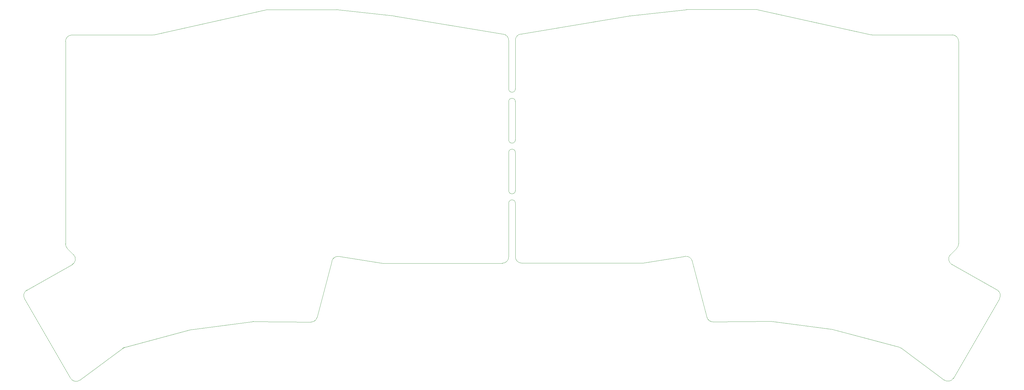
<source format=gbr>
%TF.GenerationSoftware,KiCad,Pcbnew,7.0.10*%
%TF.CreationDate,2024-02-10T22:50:59-05:00*%
%TF.ProjectId,blahajergo,626c6168-616a-4657-9267-6f2e6b696361,rev?*%
%TF.SameCoordinates,Original*%
%TF.FileFunction,Profile,NP*%
%FSLAX46Y46*%
G04 Gerber Fmt 4.6, Leading zero omitted, Abs format (unit mm)*
G04 Created by KiCad (PCBNEW 7.0.10) date 2024-02-10 22:50:59*
%MOMM*%
%LPD*%
G01*
G04 APERTURE LIST*
%TA.AperFunction,Profile*%
%ADD10C,0.100000*%
%TD*%
%TA.AperFunction,Profile*%
%ADD11C,0.150000*%
%TD*%
G04 APERTURE END LIST*
D10*
X215756690Y-168143310D02*
G75*
G03*
X217756647Y-170143310I2000010J10D01*
G01*
X336595359Y-196662472D02*
X315841645Y-191101531D01*
X75746157Y-206456185D02*
G75*
G03*
X78672652Y-207060328I1732043J999985D01*
G01*
X213656690Y-147243310D02*
G75*
G03*
X215756690Y-147243310I1050000J0D01*
G01*
X76256431Y-170619855D02*
G75*
G03*
X76686213Y-167460588I-981841J1742435D01*
G01*
X213653135Y-99881150D02*
G75*
G03*
X211981903Y-97908362I-1999935J50D01*
G01*
X62020688Y-178641184D02*
G75*
G03*
X61270456Y-181383646I982112J-1742516D01*
G01*
X160249422Y-168037625D02*
G75*
G03*
X157998027Y-169505670I-316522J-1974975D01*
G01*
X213656691Y-151233310D02*
X213653105Y-168186896D01*
X327542332Y-98095676D02*
G75*
G03*
X327976191Y-98143310I433768J1951176D01*
G01*
X350737129Y-207016703D02*
G75*
G03*
X353663643Y-206412627I1194471J1604203D01*
G01*
X113568107Y-191145117D02*
X92814393Y-196706058D01*
X368139297Y-181340060D02*
X353663643Y-206412627D01*
X92137537Y-197033795D02*
X78672653Y-207060329D01*
X354668225Y-165479545D02*
X352723539Y-167417002D01*
X353153316Y-170576278D02*
X367389047Y-178597628D01*
X213656690Y-115193310D02*
G75*
G03*
X215756690Y-115193310I1050000J0D01*
G01*
X159763197Y-90199128D02*
X177598935Y-92180877D01*
X213656690Y-119193310D02*
X213656690Y-131243310D01*
X368139330Y-181340079D02*
G75*
G03*
X367389047Y-178597628I-1732130J999979D01*
G01*
X295958424Y-188491719D02*
X278013208Y-188689526D01*
X101433561Y-98186901D02*
G75*
G03*
X101867422Y-98139269I139J1998501D01*
G01*
X355256690Y-100143310D02*
G75*
G03*
X353256647Y-98143310I-1999890J110D01*
G01*
X76153105Y-98186896D02*
X101433561Y-98186896D01*
X211653105Y-170186896D02*
X173812437Y-170186896D01*
X62020705Y-178641214D02*
X76256436Y-170619864D01*
X215756690Y-147243310D02*
X215756690Y-135243310D01*
X215756690Y-151253216D02*
X215756647Y-168143310D01*
X177706870Y-92195857D02*
X211981903Y-97908362D01*
X296241033Y-188508639D02*
G75*
G03*
X295958424Y-188491718I-260433J-1981161D01*
G01*
X101867422Y-98139270D02*
X137438788Y-90234522D01*
X269867418Y-90143310D02*
G75*
G03*
X269646555Y-90155544I-18J-1999490D01*
G01*
X352723598Y-167417061D02*
G75*
G03*
X353153317Y-170576276I1411502J-1416839D01*
G01*
X215756690Y-135243310D02*
G75*
G03*
X213656690Y-135243310I-1050000J0D01*
G01*
X215756647Y-99837564D02*
X215756690Y-115193310D01*
X151396544Y-188733112D02*
X133451328Y-188535305D01*
X215756709Y-151253216D02*
G75*
G03*
X213656692Y-151233310I-1050009J9916D01*
G01*
X350737099Y-207016743D02*
X337272215Y-196990209D01*
X271411744Y-169462079D02*
G75*
G03*
X269160328Y-167994029I-1934744J-506721D01*
G01*
X215756690Y-131243310D02*
X215756690Y-119193310D01*
X217427848Y-97864767D02*
G75*
G03*
X215756647Y-99837564I328852J-1972833D01*
G01*
X173495781Y-170161672D02*
G75*
G03*
X173812437Y-170186896I316819J1977072D01*
G01*
X213656690Y-131243310D02*
G75*
G03*
X215756690Y-131243310I1050000J0D01*
G01*
X211653105Y-170186905D02*
G75*
G03*
X213653105Y-168186896I95J1999905D01*
G01*
X74153105Y-164106286D02*
X74153105Y-100186896D01*
X327976191Y-98143310D02*
X353256647Y-98143310D01*
X213656690Y-115193310D02*
X213653105Y-99881150D01*
X269867418Y-90143310D02*
X291537103Y-90143310D01*
X315841645Y-191101532D02*
G75*
G03*
X315584572Y-191050430I-517245J-1929868D01*
G01*
X137872649Y-90186896D02*
X159542334Y-90186896D01*
X75746109Y-206456213D02*
X61270455Y-181383646D01*
X255597315Y-170143310D02*
X217756647Y-170143310D01*
X255597315Y-170143307D02*
G75*
G03*
X255913970Y-170118082I-115J2001607D01*
G01*
X251810817Y-92137289D02*
G75*
G03*
X251702882Y-92152272I220983J-1988211D01*
G01*
X355256647Y-100143310D02*
X355256647Y-164062700D01*
X213656690Y-135243310D02*
X213656690Y-147243310D01*
X76686213Y-167460588D02*
X74741527Y-165523131D01*
X217427849Y-97864776D02*
X251702882Y-92152271D01*
X354668244Y-165479564D02*
G75*
G03*
X355256648Y-164062700I-1411444J1416764D01*
G01*
X173495782Y-170161669D02*
X160249425Y-168037615D01*
X337272218Y-196990205D02*
G75*
G03*
X336595360Y-196662472I-1194518J-1604195D01*
G01*
X113825181Y-191094020D02*
G75*
G03*
X113568107Y-191145118I260619J-1983380D01*
G01*
X133451328Y-188535304D02*
G75*
G03*
X133168719Y-188552230I-21928J-2001696D01*
G01*
X215756690Y-119193310D02*
G75*
G03*
X213656690Y-119193310I-1050000J0D01*
G01*
X291970966Y-90190927D02*
G75*
G03*
X291537103Y-90143310I-433766J-1951873D01*
G01*
X151396544Y-188733127D02*
G75*
G03*
X153353333Y-187239953I22156J1999727D01*
G01*
X76153105Y-98186905D02*
G75*
G03*
X74153105Y-100186896I95J-2000095D01*
G01*
X137872649Y-90186898D02*
G75*
G03*
X137438788Y-90234523I-49J-1999602D01*
G01*
X159763196Y-90199134D02*
G75*
G03*
X159542334Y-90186896I-220996J-1989266D01*
G01*
X251810817Y-92137291D02*
X269646555Y-90155542D01*
X276056374Y-187196379D02*
G75*
G03*
X278013208Y-188689527I1934626J506579D01*
G01*
X276056419Y-187196367D02*
X271411726Y-169462084D01*
X133168719Y-188552229D02*
X113825180Y-191094015D01*
D11*
X92814391Y-196706052D02*
G75*
G03*
X92137537Y-197033795I517509J-1931548D01*
G01*
D10*
X315584572Y-191050429D02*
X296241033Y-188508643D01*
X269160327Y-167994029D02*
X255913970Y-170118083D01*
X157998026Y-169505670D02*
X153353333Y-187239953D01*
X177706870Y-92195855D02*
G75*
G03*
X177598935Y-92180877I-328470J-1970645D01*
G01*
X291970964Y-90190936D02*
X327542330Y-98095684D01*
X74153084Y-164106286D02*
G75*
G03*
X74741527Y-165523131I1999916J-14D01*
G01*
M02*

</source>
